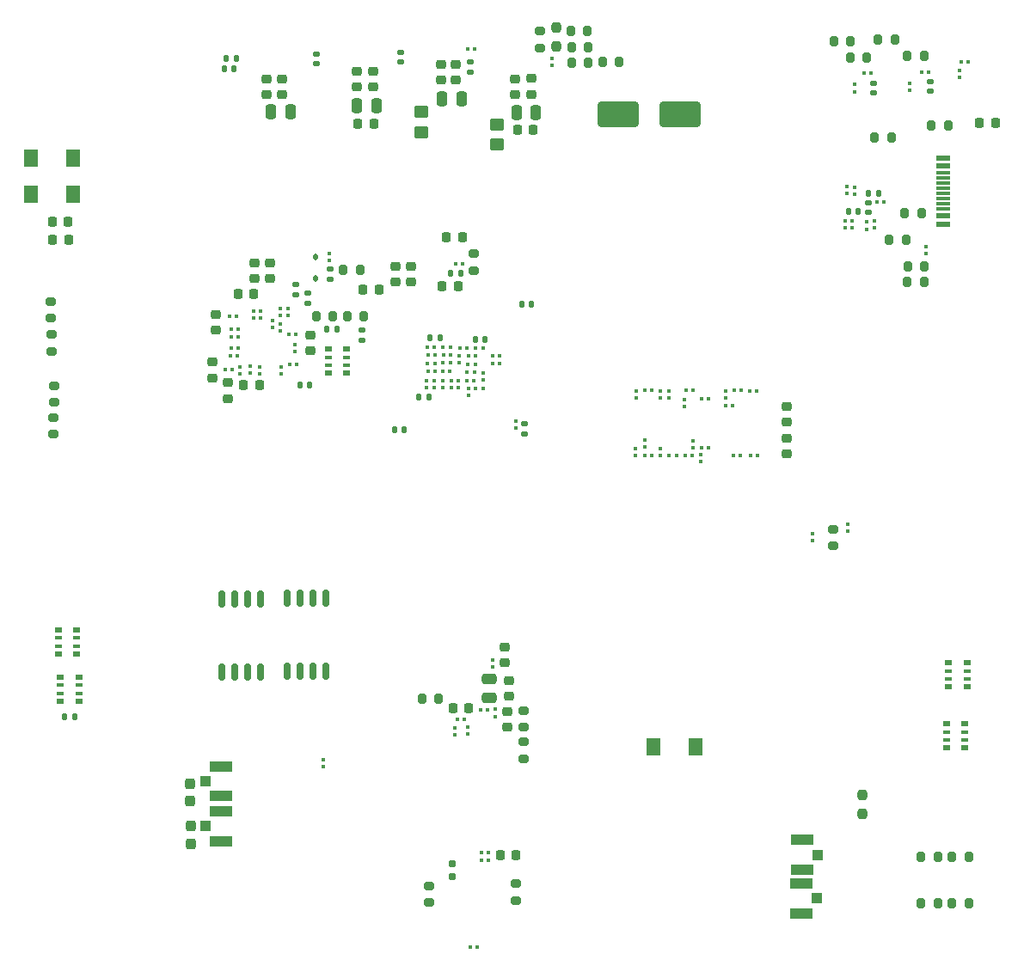
<source format=gbr>
G04 #@! TF.GenerationSoftware,KiCad,Pcbnew,9.0.3-9.0.3-0~ubuntu24.04.1*
G04 #@! TF.CreationDate,2025-07-29T11:11:21+02:00*
G04 #@! TF.ProjectId,acoustic-carrier-board,61636f75-7374-4696-932d-636172726965,rev?*
G04 #@! TF.SameCoordinates,Original*
G04 #@! TF.FileFunction,Paste,Bot*
G04 #@! TF.FilePolarity,Positive*
%FSLAX46Y46*%
G04 Gerber Fmt 4.6, Leading zero omitted, Abs format (unit mm)*
G04 Created by KiCad (PCBNEW 9.0.3-9.0.3-0~ubuntu24.04.1) date 2025-07-29 11:11:21*
%MOMM*%
%LPD*%
G01*
G04 APERTURE LIST*
G04 Aperture macros list*
%AMRoundRect*
0 Rectangle with rounded corners*
0 $1 Rounding radius*
0 $2 $3 $4 $5 $6 $7 $8 $9 X,Y pos of 4 corners*
0 Add a 4 corners polygon primitive as box body*
4,1,4,$2,$3,$4,$5,$6,$7,$8,$9,$2,$3,0*
0 Add four circle primitives for the rounded corners*
1,1,$1+$1,$2,$3*
1,1,$1+$1,$4,$5*
1,1,$1+$1,$6,$7*
1,1,$1+$1,$8,$9*
0 Add four rect primitives between the rounded corners*
20,1,$1+$1,$2,$3,$4,$5,0*
20,1,$1+$1,$4,$5,$6,$7,0*
20,1,$1+$1,$6,$7,$8,$9,0*
20,1,$1+$1,$8,$9,$2,$3,0*%
G04 Aperture macros list end*
%ADD10R,1.350000X1.800000*%
%ADD11RoundRect,0.079500X-0.100500X0.079500X-0.100500X-0.079500X0.100500X-0.079500X0.100500X0.079500X0*%
%ADD12RoundRect,0.250000X-0.250000X-0.475000X0.250000X-0.475000X0.250000X0.475000X-0.250000X0.475000X0*%
%ADD13RoundRect,0.225000X0.250000X-0.225000X0.250000X0.225000X-0.250000X0.225000X-0.250000X-0.225000X0*%
%ADD14RoundRect,0.079500X0.079500X0.100500X-0.079500X0.100500X-0.079500X-0.100500X0.079500X-0.100500X0*%
%ADD15RoundRect,0.200000X-0.275000X0.200000X-0.275000X-0.200000X0.275000X-0.200000X0.275000X0.200000X0*%
%ADD16RoundRect,0.079500X-0.079500X-0.100500X0.079500X-0.100500X0.079500X0.100500X-0.079500X0.100500X0*%
%ADD17RoundRect,0.225000X-0.225000X-0.250000X0.225000X-0.250000X0.225000X0.250000X-0.225000X0.250000X0*%
%ADD18RoundRect,0.079500X0.100500X-0.079500X0.100500X0.079500X-0.100500X0.079500X-0.100500X-0.079500X0*%
%ADD19RoundRect,0.218750X0.256250X-0.218750X0.256250X0.218750X-0.256250X0.218750X-0.256250X-0.218750X0*%
%ADD20RoundRect,0.218750X-0.218750X-0.256250X0.218750X-0.256250X0.218750X0.256250X-0.218750X0.256250X0*%
%ADD21RoundRect,0.237500X0.237500X-0.250000X0.237500X0.250000X-0.237500X0.250000X-0.237500X-0.250000X0*%
%ADD22RoundRect,0.200000X0.200000X0.275000X-0.200000X0.275000X-0.200000X-0.275000X0.200000X-0.275000X0*%
%ADD23RoundRect,0.218750X-0.256250X0.218750X-0.256250X-0.218750X0.256250X-0.218750X0.256250X0.218750X0*%
%ADD24R,1.450000X0.600000*%
%ADD25R,1.450000X0.300000*%
%ADD26RoundRect,0.140000X0.170000X-0.140000X0.170000X0.140000X-0.170000X0.140000X-0.170000X-0.140000X0*%
%ADD27RoundRect,0.225000X-0.250000X0.225000X-0.250000X-0.225000X0.250000X-0.225000X0.250000X0.225000X0*%
%ADD28RoundRect,0.200000X-0.200000X-0.275000X0.200000X-0.275000X0.200000X0.275000X-0.200000X0.275000X0*%
%ADD29RoundRect,0.135000X0.185000X-0.135000X0.185000X0.135000X-0.185000X0.135000X-0.185000X-0.135000X0*%
%ADD30RoundRect,0.237500X0.237500X-0.300000X0.237500X0.300000X-0.237500X0.300000X-0.237500X-0.300000X0*%
%ADD31R,0.800000X0.500000*%
%ADD32R,0.800000X0.400000*%
%ADD33RoundRect,0.135000X-0.135000X-0.185000X0.135000X-0.185000X0.135000X0.185000X-0.135000X0.185000X0*%
%ADD34RoundRect,0.112500X0.112500X-0.187500X0.112500X0.187500X-0.112500X0.187500X-0.112500X-0.187500X0*%
%ADD35RoundRect,0.160000X0.160000X-0.197500X0.160000X0.197500X-0.160000X0.197500X-0.160000X-0.197500X0*%
%ADD36RoundRect,0.200000X0.275000X-0.200000X0.275000X0.200000X-0.275000X0.200000X-0.275000X-0.200000X0*%
%ADD37RoundRect,0.140000X-0.170000X0.140000X-0.170000X-0.140000X0.170000X-0.140000X0.170000X0.140000X0*%
%ADD38RoundRect,0.225000X0.225000X0.250000X-0.225000X0.250000X-0.225000X-0.250000X0.225000X-0.250000X0*%
%ADD39RoundRect,0.250000X-1.750000X-1.000000X1.750000X-1.000000X1.750000X1.000000X-1.750000X1.000000X0*%
%ADD40RoundRect,0.140000X-0.140000X-0.170000X0.140000X-0.170000X0.140000X0.170000X-0.140000X0.170000X0*%
%ADD41RoundRect,0.140000X0.140000X0.170000X-0.140000X0.170000X-0.140000X-0.170000X0.140000X-0.170000X0*%
%ADD42RoundRect,0.250000X-0.450000X0.350000X-0.450000X-0.350000X0.450000X-0.350000X0.450000X0.350000X0*%
%ADD43RoundRect,0.162500X-0.162500X0.650000X-0.162500X-0.650000X0.162500X-0.650000X0.162500X0.650000X0*%
%ADD44R,1.050000X1.000000*%
%ADD45R,2.200000X1.050000*%
%ADD46RoundRect,0.250000X0.475000X-0.250000X0.475000X0.250000X-0.475000X0.250000X-0.475000X-0.250000X0*%
%ADD47RoundRect,0.135000X0.135000X0.185000X-0.135000X0.185000X-0.135000X-0.185000X0.135000X-0.185000X0*%
%ADD48RoundRect,0.135000X-0.185000X0.135000X-0.185000X-0.135000X0.185000X-0.135000X0.185000X0.135000X0*%
G04 APERTURE END LIST*
D10*
X108445000Y-125180000D03*
X112595000Y-125180000D03*
D11*
X113140000Y-96375000D03*
X113140000Y-97065000D03*
X70960000Y-83125000D03*
X70960000Y-83815000D03*
D12*
X70805000Y-62595000D03*
X72705000Y-62595000D03*
D13*
X79255000Y-60140000D03*
X79255000Y-58590000D03*
D14*
X86945000Y-86570000D03*
X86255000Y-86570000D03*
D10*
X51325000Y-70720000D03*
X47175000Y-70720000D03*
D15*
X49370000Y-92675000D03*
X49370000Y-94325000D03*
D16*
X87745000Y-86560000D03*
X88435000Y-86560000D03*
D17*
X93367500Y-135780000D03*
X94917500Y-135780000D03*
D11*
X72460000Y-81985000D03*
X72460000Y-82675000D03*
D13*
X96400000Y-60855000D03*
X96400000Y-59305000D03*
D16*
X87725000Y-88180000D03*
X88415000Y-88180000D03*
D18*
X111500000Y-91585000D03*
X111500000Y-90895000D03*
D19*
X69140000Y-79037500D03*
X69140000Y-77462500D03*
D20*
X140542500Y-63680000D03*
X142117500Y-63680000D03*
D21*
X129060000Y-131712500D03*
X129060000Y-129887500D03*
D16*
X87735000Y-85770000D03*
X88425000Y-85770000D03*
D14*
X73235000Y-84470000D03*
X72545000Y-84470000D03*
D11*
X88860000Y-123235000D03*
X88860000Y-123925000D03*
X128290000Y-70005000D03*
X128290000Y-70695000D03*
D14*
X89635000Y-77520000D03*
X88945000Y-77520000D03*
D18*
X128292500Y-60582500D03*
X128292500Y-59892500D03*
D11*
X71710000Y-83455000D03*
X71710000Y-84145000D03*
D22*
X135085000Y-79370000D03*
X133435000Y-79370000D03*
D18*
X135260000Y-76535000D03*
X135260000Y-75845000D03*
D23*
X94185000Y-118582500D03*
X94185000Y-120157500D03*
D24*
X136985000Y-67120000D03*
X136985000Y-67920000D03*
D25*
X136985000Y-69120000D03*
X136985000Y-70120000D03*
X136985000Y-70620000D03*
X136985000Y-71620000D03*
D24*
X136985000Y-72820000D03*
X136985000Y-73620000D03*
X136985000Y-73620000D03*
X136985000Y-72820000D03*
D25*
X136985000Y-72120000D03*
X136985000Y-71120000D03*
X136985000Y-69620000D03*
X136985000Y-68620000D03*
D24*
X136985000Y-67920000D03*
X136985000Y-67120000D03*
D26*
X135680000Y-60580000D03*
X135680000Y-59620000D03*
D13*
X121570000Y-93165000D03*
X121570000Y-91615000D03*
D14*
X93295000Y-86610000D03*
X92605000Y-86610000D03*
D17*
X88710000Y-121370000D03*
X90260000Y-121370000D03*
D18*
X68742500Y-88330000D03*
X68742500Y-87640000D03*
X71810000Y-88425000D03*
X71810000Y-87735000D03*
D14*
X108255000Y-96400000D03*
X107565000Y-96400000D03*
D27*
X70660000Y-77465000D03*
X70660000Y-79015000D03*
D28*
X100365002Y-56179999D03*
X102015002Y-56179999D03*
D29*
X79730000Y-85130000D03*
X79730000Y-84110000D03*
D15*
X95660000Y-121575000D03*
X95660000Y-123225000D03*
D22*
X134855000Y-72530000D03*
X133205000Y-72530000D03*
D14*
X112315000Y-90040000D03*
X111625000Y-90040000D03*
D29*
X73240000Y-80630000D03*
X73240000Y-79610000D03*
D18*
X92860000Y-122145000D03*
X92860000Y-121455000D03*
D16*
X87735000Y-87310000D03*
X88425000Y-87310000D03*
D30*
X62810000Y-130472500D03*
X62810000Y-128747500D03*
D26*
X130092500Y-60747500D03*
X130092500Y-59787500D03*
D31*
X137510000Y-119250000D03*
D32*
X137510000Y-118450000D03*
X137510000Y-117650000D03*
D31*
X137510000Y-116850000D03*
X139310000Y-116850000D03*
D32*
X139310000Y-117650000D03*
X139310000Y-118450000D03*
D31*
X139310000Y-119250000D03*
D18*
X67730000Y-88395000D03*
X67730000Y-87705000D03*
D33*
X50470000Y-122140000D03*
X51490000Y-122140000D03*
D16*
X117975000Y-96450000D03*
X118665000Y-96450000D03*
D34*
X75160000Y-78960000D03*
X75160000Y-76860000D03*
D18*
X115520000Y-90775000D03*
X115520000Y-90085000D03*
D31*
X51650000Y-113620000D03*
D32*
X51650000Y-114420000D03*
X51650000Y-115220000D03*
D31*
X51650000Y-116020000D03*
X49850000Y-116020000D03*
D32*
X49850000Y-115220000D03*
X49850000Y-114420000D03*
D31*
X49850000Y-113620000D03*
D35*
X88600000Y-137887500D03*
X88600000Y-136692500D03*
D11*
X109930000Y-90105000D03*
X109930000Y-90795000D03*
D13*
X83010000Y-79335000D03*
X83010000Y-77785000D03*
D36*
X90745000Y-78195000D03*
X90745000Y-76545000D03*
D11*
X94930000Y-93075000D03*
X94930000Y-93765000D03*
D16*
X116335000Y-96430000D03*
X117025000Y-96430000D03*
D18*
X127310000Y-74033000D03*
X127310000Y-73343000D03*
D16*
X66875000Y-84780000D03*
X67565000Y-84780000D03*
D37*
X75255000Y-56905000D03*
X75255000Y-57865000D03*
D16*
X66797500Y-86585000D03*
X67487500Y-86585000D03*
D22*
X79545000Y-78150000D03*
X77895000Y-78150000D03*
X139480000Y-135960000D03*
X137830000Y-135960000D03*
D13*
X65342500Y-84060000D03*
X65342500Y-82510000D03*
D14*
X86905000Y-87410000D03*
X86215000Y-87410000D03*
D22*
X139480000Y-140510000D03*
X137830000Y-140510000D03*
D11*
X109120000Y-90100000D03*
X109120000Y-90790000D03*
D38*
X81400000Y-80130000D03*
X79850000Y-80130000D03*
D39*
X104987500Y-62850000D03*
X111087500Y-62850000D03*
D18*
X86890000Y-89790000D03*
X86890000Y-89100000D03*
X106690000Y-96455000D03*
X106690000Y-95765000D03*
X91660000Y-89015000D03*
X91660000Y-88325000D03*
D22*
X137445000Y-63920000D03*
X135795000Y-63920000D03*
D37*
X95780000Y-93340000D03*
X95780000Y-94300000D03*
D14*
X90885000Y-87450000D03*
X90195000Y-87450000D03*
D18*
X92630000Y-117245000D03*
X92630000Y-116555000D03*
D11*
X73142500Y-85485000D03*
X73142500Y-86175000D03*
X71730000Y-81985000D03*
X71730000Y-82675000D03*
D14*
X73287500Y-87485000D03*
X72597500Y-87485000D03*
D40*
X90930000Y-85000000D03*
X91890000Y-85000000D03*
D41*
X86310000Y-90700000D03*
X85350000Y-90700000D03*
D28*
X133485000Y-77810000D03*
X135135000Y-77810000D03*
D31*
X78230000Y-85950000D03*
D32*
X78230000Y-86750000D03*
X78230000Y-87550000D03*
D31*
X78230000Y-88350000D03*
X76430000Y-88350000D03*
D32*
X76430000Y-87550000D03*
X76430000Y-86750000D03*
D31*
X76430000Y-85950000D03*
D14*
X90870000Y-56350000D03*
X90180000Y-56350000D03*
D16*
X91415000Y-121470000D03*
X92105000Y-121470000D03*
D22*
X136430000Y-135960000D03*
X134780000Y-135960000D03*
D41*
X87430000Y-84870000D03*
X86470000Y-84870000D03*
D42*
X93040000Y-63820000D03*
X93040000Y-65820000D03*
D13*
X87505000Y-59440000D03*
X87505000Y-57890000D03*
D14*
X86885000Y-85750000D03*
X86195000Y-85750000D03*
X92212500Y-135580000D03*
X91522500Y-135580000D03*
D41*
X128610000Y-72420000D03*
X127650000Y-72420000D03*
D11*
X89320000Y-86615000D03*
X89320000Y-87305000D03*
D36*
X49150000Y-86155000D03*
X49150000Y-84505000D03*
D11*
X90160000Y-123210000D03*
X90160000Y-123900000D03*
D43*
X65940000Y-110582500D03*
X67210000Y-110582500D03*
X68480000Y-110582500D03*
X69750000Y-110582500D03*
X69750000Y-117757500D03*
X68480000Y-117757500D03*
X67210000Y-117757500D03*
X65940000Y-117757500D03*
D44*
X124580000Y-135780160D03*
D45*
X123055000Y-137255160D03*
X123055000Y-134305160D03*
D44*
X64317500Y-128520000D03*
D45*
X65842500Y-127045000D03*
X65842500Y-129995000D03*
D41*
X67150000Y-58360000D03*
X66190000Y-58360000D03*
D22*
X133335000Y-75188000D03*
X131685000Y-75188000D03*
D20*
X49252500Y-73410000D03*
X50827500Y-73410000D03*
D27*
X74700000Y-84575000D03*
X74700000Y-86125000D03*
D14*
X113865000Y-90850000D03*
X113175000Y-90850000D03*
D27*
X94060000Y-121650000D03*
X94060000Y-123200000D03*
D14*
X112275000Y-96410000D03*
X111585000Y-96410000D03*
X131175000Y-71460000D03*
X130485000Y-71460000D03*
D11*
X90200000Y-89835000D03*
X90200000Y-90525000D03*
D14*
X90895000Y-86650000D03*
X90205000Y-86650000D03*
D12*
X94955000Y-62615000D03*
X96855000Y-62615000D03*
D16*
X90955000Y-89800000D03*
X91645000Y-89800000D03*
D18*
X88510000Y-89755000D03*
X88510000Y-89065000D03*
D46*
X92285000Y-120320000D03*
X92285000Y-118420000D03*
D11*
X69742500Y-82240000D03*
X69742500Y-82930000D03*
D28*
X130545000Y-55490000D03*
X132195000Y-55490000D03*
D18*
X69642500Y-88410000D03*
X69642500Y-87720000D03*
D31*
X51850000Y-118260000D03*
D32*
X51850000Y-119060000D03*
X51850000Y-119860000D03*
D31*
X51850000Y-120660000D03*
X50050000Y-120660000D03*
D32*
X50050000Y-119860000D03*
X50050000Y-119060000D03*
D31*
X50050000Y-118260000D03*
D14*
X90045000Y-85850000D03*
X89355000Y-85850000D03*
D15*
X95660000Y-124635000D03*
X95660000Y-126285000D03*
D47*
X67380000Y-57360000D03*
X66360000Y-57360000D03*
D23*
X64990000Y-87230000D03*
X64990000Y-88805000D03*
D15*
X126172250Y-103680000D03*
X126172250Y-105330000D03*
D30*
X62860000Y-134672500D03*
X62860000Y-132947500D03*
D28*
X134805000Y-140510000D03*
X136455000Y-140510000D03*
D13*
X84590000Y-79335000D03*
X84590000Y-77785000D03*
D47*
X77310000Y-84020000D03*
X76290000Y-84020000D03*
D15*
X86330000Y-138825000D03*
X86330000Y-140475000D03*
D14*
X113885000Y-95650000D03*
X113195000Y-95650000D03*
D18*
X138567500Y-59157500D03*
X138567500Y-58467500D03*
D16*
X89140000Y-122470000D03*
X89830000Y-122470000D03*
D21*
X98840000Y-56100000D03*
X98840000Y-54275000D03*
D11*
X69042500Y-82240000D03*
X69042500Y-82930000D03*
D10*
X51330000Y-67180000D03*
X47180000Y-67180000D03*
D42*
X85580000Y-62600000D03*
X85580000Y-64600000D03*
D14*
X92192500Y-136280000D03*
X91502500Y-136280000D03*
D28*
X78265000Y-82700000D03*
X79915000Y-82700000D03*
D13*
X94820000Y-60885000D03*
X94820000Y-59335000D03*
D14*
X129837500Y-58767500D03*
X129147500Y-58767500D03*
D18*
X128010000Y-74013000D03*
X128010000Y-73323000D03*
X124072250Y-104850000D03*
X124072250Y-104160000D03*
D14*
X86920000Y-88160000D03*
X86230000Y-88160000D03*
D19*
X66550000Y-90827500D03*
X66550000Y-89252500D03*
D11*
X109090000Y-95725000D03*
X109090000Y-96415000D03*
D15*
X49410000Y-89565000D03*
X49410000Y-91215000D03*
D28*
X100365002Y-57779999D03*
X102015002Y-57779999D03*
D16*
X66842500Y-85885000D03*
X67532500Y-85885000D03*
X117915000Y-90070000D03*
X118605000Y-90070000D03*
D14*
X135525000Y-58700000D03*
X134835000Y-58700000D03*
D41*
X89440000Y-78470000D03*
X88480000Y-78470000D03*
D20*
X49302500Y-75160000D03*
X50877500Y-75160000D03*
D36*
X49110000Y-82915000D03*
X49110000Y-81265000D03*
D14*
X90785000Y-89050000D03*
X90095000Y-89050000D03*
D38*
X69107500Y-80485000D03*
X67557500Y-80485000D03*
D16*
X90955000Y-85870000D03*
X91645000Y-85870000D03*
D13*
X70355000Y-60870000D03*
X70355000Y-59320000D03*
X89005000Y-59440000D03*
X89005000Y-57890000D03*
D16*
X116395000Y-90040000D03*
X117085000Y-90040000D03*
D41*
X130590000Y-70608000D03*
X129630000Y-70608000D03*
D37*
X83567500Y-56735000D03*
X83567500Y-57695000D03*
D48*
X76630000Y-78100000D03*
X76630000Y-79120000D03*
D13*
X80855000Y-60140000D03*
X80855000Y-58590000D03*
D18*
X86100000Y-89755000D03*
X86100000Y-89065000D03*
D22*
X131855000Y-65120000D03*
X130205000Y-65120000D03*
D26*
X129610000Y-72468000D03*
X129610000Y-71508000D03*
D14*
X139412500Y-57687500D03*
X138722500Y-57687500D03*
D16*
X115555000Y-91510000D03*
X116245000Y-91510000D03*
X66697500Y-82685000D03*
X67387500Y-82685000D03*
D28*
X103445000Y-57660000D03*
X105095000Y-57660000D03*
D12*
X87655000Y-61265000D03*
X89555000Y-61265000D03*
D28*
X127805000Y-57210000D03*
X129455000Y-57210000D03*
D43*
X72380000Y-110512500D03*
X73650000Y-110512500D03*
X74920000Y-110512500D03*
X76190000Y-110512500D03*
X76190000Y-117687500D03*
X74920000Y-117687500D03*
X73650000Y-117687500D03*
X72380000Y-117687500D03*
D41*
X96420000Y-81570000D03*
X95460000Y-81570000D03*
D11*
X75935000Y-126410000D03*
X75935000Y-127100000D03*
D28*
X75235000Y-82730000D03*
X76885000Y-82730000D03*
D17*
X95045000Y-64370000D03*
X96595000Y-64370000D03*
D18*
X133655000Y-60445000D03*
X133655000Y-59755000D03*
D13*
X93785000Y-116845000D03*
X93785000Y-115295000D03*
D18*
X106750000Y-90745000D03*
X106750000Y-90055000D03*
D14*
X90795000Y-88260000D03*
X90105000Y-88260000D03*
D16*
X66297500Y-87985000D03*
X66987500Y-87985000D03*
D28*
X133430000Y-57100000D03*
X135080000Y-57100000D03*
D18*
X87700000Y-89745000D03*
X87700000Y-89055000D03*
D28*
X126205000Y-55660000D03*
X127855000Y-55660000D03*
D41*
X74580000Y-89500000D03*
X73620000Y-89500000D03*
D18*
X89250000Y-89750000D03*
X89250000Y-89060000D03*
D16*
X66895000Y-84030000D03*
X67585000Y-84030000D03*
D22*
X101930000Y-54620000D03*
X100280000Y-54620000D03*
D18*
X112350000Y-95685000D03*
X112350000Y-94995000D03*
D13*
X71855000Y-60870000D03*
X71855000Y-59320000D03*
D11*
X98490002Y-57314999D03*
X98490002Y-58004999D03*
D18*
X129410000Y-74133000D03*
X129410000Y-73443000D03*
D20*
X88075000Y-74910000D03*
X89650000Y-74910000D03*
D41*
X83920000Y-93860000D03*
X82960000Y-93860000D03*
D44*
X124530000Y-140080160D03*
D45*
X123005000Y-141555160D03*
X123005000Y-138605160D03*
D28*
X85665000Y-120430000D03*
X87315000Y-120430000D03*
D44*
X64305000Y-132960000D03*
D45*
X65830000Y-131485000D03*
X65830000Y-134435000D03*
D14*
X91115000Y-144860000D03*
X90425000Y-144860000D03*
D31*
X137330000Y-125260000D03*
D32*
X137330000Y-124460000D03*
X137330000Y-123660000D03*
D31*
X137330000Y-122860000D03*
X139130000Y-122860000D03*
D32*
X139130000Y-123660000D03*
X139130000Y-124460000D03*
D31*
X139130000Y-125260000D03*
D11*
X127602250Y-103200000D03*
X127602250Y-103890000D03*
X127530000Y-69935000D03*
X127530000Y-70625000D03*
D17*
X68095000Y-89500000D03*
X69645000Y-89500000D03*
D27*
X121600000Y-94755000D03*
X121600000Y-96305000D03*
D18*
X107560000Y-95595000D03*
X107560000Y-94905000D03*
X130210000Y-74013000D03*
X130210000Y-73323000D03*
X76530000Y-77255000D03*
X76530000Y-76565000D03*
D38*
X89205000Y-79800000D03*
X87655000Y-79800000D03*
D15*
X94910000Y-138605000D03*
X94910000Y-140255000D03*
D14*
X110695000Y-96430000D03*
X110005000Y-96430000D03*
D17*
X79355000Y-63720000D03*
X80905000Y-63720000D03*
D15*
X97310000Y-54625000D03*
X97310000Y-56275000D03*
D29*
X74380000Y-81470000D03*
X74380000Y-80450000D03*
D14*
X108285000Y-90030000D03*
X107595000Y-90030000D03*
D37*
X90430000Y-57685000D03*
X90430000Y-58645000D03*
D12*
X79270000Y-61970000D03*
X81170000Y-61970000D03*
D14*
X93295000Y-87380000D03*
X92605000Y-87380000D03*
M02*

</source>
